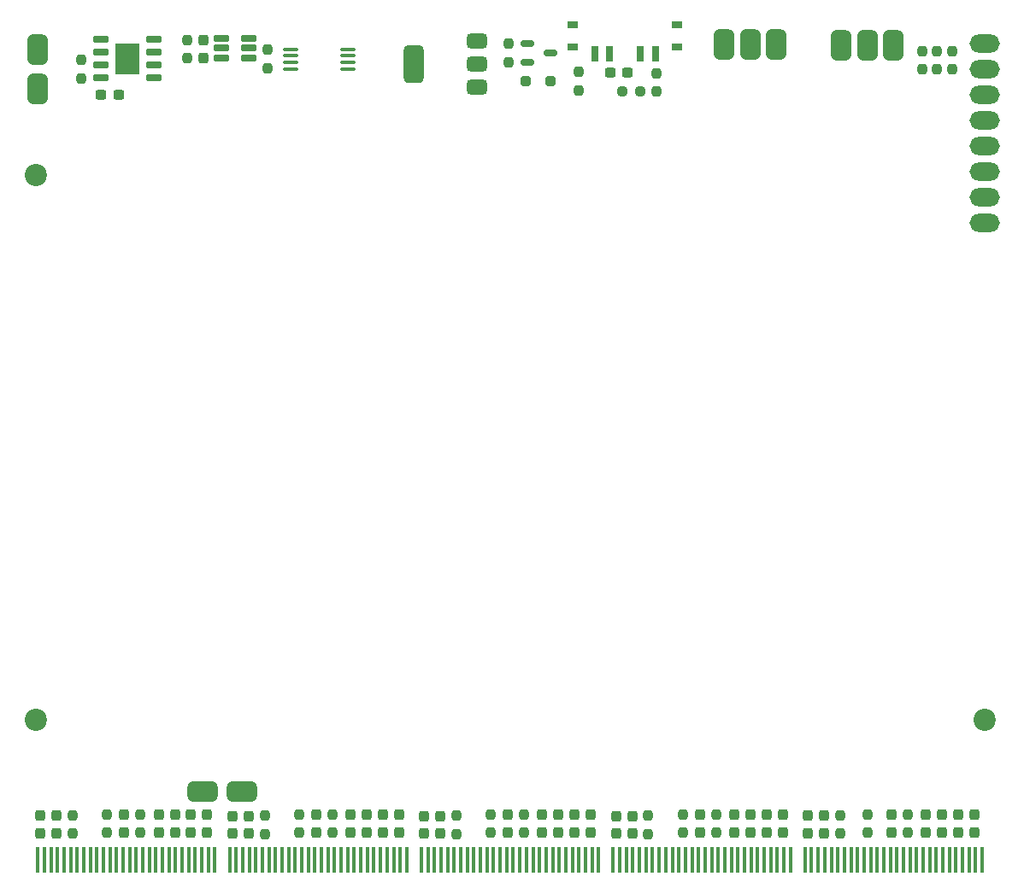
<source format=gbr>
%TF.GenerationSoftware,KiCad,Pcbnew,8.0.1*%
%TF.CreationDate,2024-03-30T14:47:10+03:00*%
%TF.ProjectId,AudMix,4175644d-6978-42e6-9b69-6361645f7063,rev?*%
%TF.SameCoordinates,Original*%
%TF.FileFunction,Soldermask,Bot*%
%TF.FilePolarity,Negative*%
%FSLAX46Y46*%
G04 Gerber Fmt 4.6, Leading zero omitted, Abs format (unit mm)*
G04 Created by KiCad (PCBNEW 8.0.1) date 2024-03-30 14:47:10*
%MOMM*%
%LPD*%
G01*
G04 APERTURE LIST*
G04 Aperture macros list*
%AMRoundRect*
0 Rectangle with rounded corners*
0 $1 Rounding radius*
0 $2 $3 $4 $5 $6 $7 $8 $9 X,Y pos of 4 corners*
0 Add a 4 corners polygon primitive as box body*
4,1,4,$2,$3,$4,$5,$6,$7,$8,$9,$2,$3,0*
0 Add four circle primitives for the rounded corners*
1,1,$1+$1,$2,$3*
1,1,$1+$1,$4,$5*
1,1,$1+$1,$6,$7*
1,1,$1+$1,$8,$9*
0 Add four rect primitives between the rounded corners*
20,1,$1+$1,$2,$3,$4,$5,0*
20,1,$1+$1,$4,$5,$6,$7,0*
20,1,$1+$1,$6,$7,$8,$9,0*
20,1,$1+$1,$8,$9,$2,$3,0*%
G04 Aperture macros list end*
%ADD10O,3.000000X1.800000*%
%ADD11C,2.200000*%
%ADD12RoundRect,0.237500X0.237500X-0.300000X0.237500X0.300000X-0.237500X0.300000X-0.237500X-0.300000X0*%
%ADD13RoundRect,0.237500X0.237500X-0.250000X0.237500X0.250000X-0.237500X0.250000X-0.237500X-0.250000X0*%
%ADD14RoundRect,0.237500X-0.237500X0.250000X-0.237500X-0.250000X0.237500X-0.250000X0.237500X0.250000X0*%
%ADD15R,0.400000X2.500000*%
%ADD16RoundRect,0.162500X0.617500X0.162500X-0.617500X0.162500X-0.617500X-0.162500X0.617500X-0.162500X0*%
%ADD17RoundRect,0.150000X-0.650000X-0.150000X0.650000X-0.150000X0.650000X0.150000X-0.650000X0.150000X0*%
%ADD18R,2.410000X3.100000*%
%ADD19RoundRect,0.250000X0.250000X0.250000X-0.250000X0.250000X-0.250000X-0.250000X0.250000X-0.250000X0*%
%ADD20RoundRect,0.500000X-0.500000X-1.000000X0.500000X-1.000000X0.500000X1.000000X-0.500000X1.000000X0*%
%ADD21RoundRect,0.100000X0.637500X0.100000X-0.637500X0.100000X-0.637500X-0.100000X0.637500X-0.100000X0*%
%ADD22R,0.700000X1.500000*%
%ADD23R,1.000000X0.800000*%
%ADD24RoundRect,0.237500X-0.300000X-0.237500X0.300000X-0.237500X0.300000X0.237500X-0.300000X0.237500X0*%
%ADD25RoundRect,0.150000X-0.512500X-0.150000X0.512500X-0.150000X0.512500X0.150000X-0.512500X0.150000X0*%
%ADD26RoundRect,0.237500X-0.250000X-0.237500X0.250000X-0.237500X0.250000X0.237500X-0.250000X0.237500X0*%
%ADD27RoundRect,0.500000X1.000000X-0.500000X1.000000X0.500000X-1.000000X0.500000X-1.000000X-0.500000X0*%
%ADD28RoundRect,0.375000X0.625000X0.375000X-0.625000X0.375000X-0.625000X-0.375000X0.625000X-0.375000X0*%
%ADD29RoundRect,0.500000X0.500000X1.400000X-0.500000X1.400000X-0.500000X-1.400000X0.500000X-1.400000X0*%
G04 APERTURE END LIST*
D10*
%TO.C,U1*%
X147000000Y-53420000D03*
X147000000Y-55960000D03*
X147000000Y-58500000D03*
X147000000Y-61040000D03*
X147000000Y-63580000D03*
X147000000Y-66120000D03*
X147000000Y-68660000D03*
X147000000Y-71200000D03*
%TD*%
D11*
%TO.C,REF\u002A\u002A*%
X53000000Y-66500000D03*
%TD*%
%TO.C,REF\u002A\u002A*%
X53000000Y-120500000D03*
%TD*%
%TO.C,REF\u002A\u002A*%
X147000000Y-120500000D03*
%TD*%
D12*
%TO.C,C38*%
X129500000Y-131762500D03*
X129500000Y-130037500D03*
%TD*%
D13*
%TO.C,R25*%
X135400000Y-131712500D03*
X135400000Y-129887500D03*
%TD*%
D14*
%TO.C,R17*%
X120400000Y-129900000D03*
X120400000Y-131725000D03*
%TD*%
D15*
%TO.C,U7*%
X89775000Y-134425000D03*
X89125000Y-134425000D03*
X88475000Y-134425000D03*
X87825000Y-134425000D03*
X87175000Y-134425000D03*
X86525000Y-134425000D03*
X85875000Y-134425000D03*
X85225000Y-134425000D03*
X84575000Y-134425000D03*
X83925000Y-134425000D03*
X83275000Y-134425000D03*
X82625000Y-134425000D03*
X81975000Y-134425000D03*
X81325000Y-134425000D03*
X80675000Y-134425000D03*
X80025000Y-134425000D03*
X79375000Y-134425000D03*
X78725000Y-134425000D03*
X78075000Y-134425000D03*
X77425000Y-134425000D03*
X76775000Y-134425000D03*
X76125000Y-134425000D03*
X75475000Y-134425000D03*
X74825000Y-134425000D03*
X74175000Y-134425000D03*
X73525000Y-134425000D03*
X72875000Y-134425000D03*
X72225000Y-134425000D03*
%TD*%
D12*
%TO.C,C27*%
X99800000Y-131675000D03*
X99800000Y-129950000D03*
%TD*%
D14*
%TO.C,R9*%
X140800000Y-54187500D03*
X140800000Y-56012500D03*
%TD*%
D13*
%TO.C,R5*%
X114500000Y-58212500D03*
X114500000Y-56387500D03*
%TD*%
D15*
%TO.C,U8*%
X127775000Y-134425000D03*
X127125000Y-134425000D03*
X126475000Y-134425000D03*
X125825000Y-134425000D03*
X125175000Y-134425000D03*
X124525000Y-134425000D03*
X123875000Y-134425000D03*
X123225000Y-134425000D03*
X122575000Y-134425000D03*
X121925000Y-134425000D03*
X121275000Y-134425000D03*
X120625000Y-134425000D03*
X119975000Y-134425000D03*
X119325000Y-134425000D03*
X118675000Y-134425000D03*
X118025000Y-134425000D03*
X117375000Y-134425000D03*
X116725000Y-134425000D03*
X116075000Y-134425000D03*
X115425000Y-134425000D03*
X114775000Y-134425000D03*
X114125000Y-134425000D03*
X113475000Y-134425000D03*
X112825000Y-134425000D03*
X112175000Y-134425000D03*
X111525000Y-134425000D03*
X110875000Y-134425000D03*
X110225000Y-134425000D03*
%TD*%
D12*
%TO.C,C25*%
X103200000Y-131675000D03*
X103200000Y-129950000D03*
%TD*%
%TO.C,C16*%
X89000000Y-131675000D03*
X89000000Y-129950000D03*
%TD*%
%TO.C,C19*%
X123800000Y-131675000D03*
X123800000Y-129950000D03*
%TD*%
D14*
%TO.C,R11*%
X63400000Y-129887500D03*
X63400000Y-131712500D03*
%TD*%
D12*
%TO.C,C23*%
X127000000Y-131675000D03*
X127000000Y-129950000D03*
%TD*%
D13*
%TO.C,R22*%
X98100000Y-131725000D03*
X98100000Y-129900000D03*
%TD*%
%TO.C,R19*%
X117100000Y-131725000D03*
X117100000Y-129900000D03*
%TD*%
D16*
%TO.C,U4*%
X74150000Y-52965000D03*
X74150000Y-53915000D03*
X74150000Y-54865000D03*
X71450000Y-54865000D03*
X71450000Y-53915000D03*
X71450000Y-52965000D03*
%TD*%
D17*
%TO.C,U2*%
X59450000Y-56880000D03*
X59450000Y-55610000D03*
X59450000Y-54340000D03*
X59450000Y-53070000D03*
X64750000Y-53070000D03*
X64750000Y-54340000D03*
X64750000Y-55610000D03*
X64750000Y-56880000D03*
D18*
X62100000Y-54975000D03*
%TD*%
D12*
%TO.C,C13*%
X80800000Y-131675000D03*
X80800000Y-129950000D03*
%TD*%
D14*
%TO.C,R6*%
X99900000Y-53487500D03*
X99900000Y-55312500D03*
%TD*%
D12*
%TO.C,C18*%
X122200000Y-131675000D03*
X122200000Y-129950000D03*
%TD*%
D15*
%TO.C,U10*%
X146775000Y-134412500D03*
X146125000Y-134412500D03*
X145475000Y-134412500D03*
X144825000Y-134412500D03*
X144175000Y-134412500D03*
X143525000Y-134412500D03*
X142875000Y-134412500D03*
X142225000Y-134412500D03*
X141575000Y-134412500D03*
X140925000Y-134412500D03*
X140275000Y-134412500D03*
X139625000Y-134412500D03*
X138975000Y-134412500D03*
X138325000Y-134412500D03*
X137675000Y-134412500D03*
X137025000Y-134412500D03*
X136375000Y-134412500D03*
X135725000Y-134412500D03*
X135075000Y-134412500D03*
X134425000Y-134412500D03*
X133775000Y-134412500D03*
X133125000Y-134412500D03*
X132475000Y-134412500D03*
X131825000Y-134412500D03*
X131175000Y-134412500D03*
X130525000Y-134412500D03*
X129875000Y-134412500D03*
X129225000Y-134412500D03*
%TD*%
D12*
%TO.C,C3*%
X69600000Y-54862500D03*
X69600000Y-53137500D03*
%TD*%
D19*
%TO.C,D1*%
X104050000Y-57200000D03*
X101550000Y-57200000D03*
%TD*%
D13*
%TO.C,R15*%
X75700000Y-131825000D03*
X75700000Y-130000000D03*
%TD*%
D20*
%TO.C,J2*%
X132787500Y-53612500D03*
X135387500Y-53612500D03*
X137987500Y-53612500D03*
%TD*%
D14*
%TO.C,R8*%
X142300000Y-54187500D03*
X142300000Y-56012500D03*
%TD*%
D12*
%TO.C,C21*%
X125400000Y-131675000D03*
X125400000Y-129950000D03*
%TD*%
%TO.C,C14*%
X87400000Y-131675000D03*
X87400000Y-129950000D03*
%TD*%
%TO.C,C12*%
X85800000Y-131675000D03*
X85800000Y-129950000D03*
%TD*%
%TO.C,C33*%
X142800000Y-131662500D03*
X142800000Y-129937500D03*
%TD*%
D14*
%TO.C,R10*%
X76000000Y-54087500D03*
X76000000Y-55912500D03*
%TD*%
D12*
%TO.C,C34*%
X137800000Y-131662500D03*
X137800000Y-129937500D03*
%TD*%
D15*
%TO.C,U6*%
X70775000Y-134412500D03*
X70125000Y-134412500D03*
X69475000Y-134412500D03*
X68825000Y-134412500D03*
X68175000Y-134412500D03*
X67525000Y-134412500D03*
X66875000Y-134412500D03*
X66225000Y-134412500D03*
X65575000Y-134412500D03*
X64925000Y-134412500D03*
X64275000Y-134412500D03*
X63625000Y-134412500D03*
X62975000Y-134412500D03*
X62325000Y-134412500D03*
X61675000Y-134412500D03*
X61025000Y-134412500D03*
X60375000Y-134412500D03*
X59725000Y-134412500D03*
X59075000Y-134412500D03*
X58425000Y-134412500D03*
X57775000Y-134412500D03*
X57125000Y-134412500D03*
X56475000Y-134412500D03*
X55825000Y-134412500D03*
X55175000Y-134412500D03*
X54525000Y-134412500D03*
X53875000Y-134412500D03*
X53225000Y-134412500D03*
%TD*%
D20*
%TO.C,J3*%
X53175000Y-57950000D03*
X53175000Y-54050000D03*
%TD*%
D21*
%TO.C,U5*%
X83962500Y-54025000D03*
X83962500Y-54675000D03*
X83962500Y-55325000D03*
X83962500Y-55975000D03*
X78237500Y-55975000D03*
X78237500Y-55325000D03*
X78237500Y-54675000D03*
X78237500Y-54025000D03*
%TD*%
D12*
%TO.C,C35*%
X144400000Y-131662500D03*
X144400000Y-129937500D03*
%TD*%
D22*
%TO.C,SW1*%
X108390000Y-54485000D03*
X109890000Y-54485000D03*
X112890000Y-54485000D03*
X114390000Y-54485000D03*
D23*
X106240000Y-51625000D03*
X106240000Y-53835000D03*
X116540000Y-51625000D03*
X116540000Y-53835000D03*
%TD*%
D12*
%TO.C,C32*%
X141200000Y-131662500D03*
X141200000Y-129937500D03*
%TD*%
D24*
%TO.C,C2*%
X109937500Y-56300000D03*
X111662500Y-56300000D03*
%TD*%
D12*
%TO.C,C5*%
X66800000Y-131662500D03*
X66800000Y-129937500D03*
%TD*%
D13*
%TO.C,R1*%
X106800000Y-58112500D03*
X106800000Y-56287500D03*
%TD*%
D12*
%TO.C,C9*%
X70000000Y-131662500D03*
X70000000Y-129937500D03*
%TD*%
D24*
%TO.C,C1*%
X59500000Y-58500000D03*
X61225000Y-58500000D03*
%TD*%
D25*
%TO.C,Q1*%
X101762500Y-55350000D03*
X101762500Y-53450000D03*
X104037500Y-54400000D03*
%TD*%
D13*
%TO.C,R16*%
X79100000Y-131725000D03*
X79100000Y-129900000D03*
%TD*%
D14*
%TO.C,R3*%
X57500000Y-55087500D03*
X57500000Y-56912500D03*
%TD*%
D26*
%TO.C,R4*%
X111087500Y-58200000D03*
X112912500Y-58200000D03*
%TD*%
D14*
%TO.C,R20*%
X101400000Y-129900000D03*
X101400000Y-131725000D03*
%TD*%
D12*
%TO.C,C30*%
X108000000Y-131675000D03*
X108000000Y-129950000D03*
%TD*%
%TO.C,C22*%
X112100000Y-131775000D03*
X112100000Y-130050000D03*
%TD*%
%TO.C,C29*%
X93100000Y-131775000D03*
X93100000Y-130050000D03*
%TD*%
%TO.C,C28*%
X106400000Y-131675000D03*
X106400000Y-129950000D03*
%TD*%
D13*
%TO.C,R18*%
X113700000Y-131825000D03*
X113700000Y-130000000D03*
%TD*%
D27*
%TO.C,BT1*%
X69550000Y-127625000D03*
X73450000Y-127625000D03*
%TD*%
D15*
%TO.C,U9*%
X108775000Y-134425000D03*
X108125000Y-134425000D03*
X107475000Y-134425000D03*
X106825000Y-134425000D03*
X106175000Y-134425000D03*
X105525000Y-134425000D03*
X104875000Y-134425000D03*
X104225000Y-134425000D03*
X103575000Y-134425000D03*
X102925000Y-134425000D03*
X102275000Y-134425000D03*
X101625000Y-134425000D03*
X100975000Y-134425000D03*
X100325000Y-134425000D03*
X99675000Y-134425000D03*
X99025000Y-134425000D03*
X98375000Y-134425000D03*
X97725000Y-134425000D03*
X97075000Y-134425000D03*
X96425000Y-134425000D03*
X95775000Y-134425000D03*
X95125000Y-134425000D03*
X94475000Y-134425000D03*
X93825000Y-134425000D03*
X93175000Y-134425000D03*
X92525000Y-134425000D03*
X91875000Y-134425000D03*
X91225000Y-134425000D03*
%TD*%
D13*
%TO.C,R24*%
X132700000Y-131812500D03*
X132700000Y-129987500D03*
%TD*%
D12*
%TO.C,C24*%
X110500000Y-131775000D03*
X110500000Y-130050000D03*
%TD*%
%TO.C,C20*%
X118800000Y-131675000D03*
X118800000Y-129950000D03*
%TD*%
D14*
%TO.C,R7*%
X68000000Y-53087500D03*
X68000000Y-54912500D03*
%TD*%
D12*
%TO.C,C4*%
X65200000Y-131662500D03*
X65200000Y-129937500D03*
%TD*%
D13*
%TO.C,R2*%
X143800000Y-56012500D03*
X143800000Y-54187500D03*
%TD*%
D14*
%TO.C,R14*%
X82400000Y-129900000D03*
X82400000Y-131725000D03*
%TD*%
D12*
%TO.C,C10*%
X53500000Y-131762500D03*
X53500000Y-130037500D03*
%TD*%
D13*
%TO.C,R13*%
X60100000Y-131712500D03*
X60100000Y-129887500D03*
%TD*%
D28*
%TO.C,U3*%
X96750000Y-53200000D03*
X96750000Y-55500000D03*
D29*
X90450000Y-55500000D03*
D28*
X96750000Y-57800000D03*
%TD*%
D12*
%TO.C,C6*%
X61800000Y-131662500D03*
X61800000Y-129937500D03*
%TD*%
%TO.C,C11*%
X84200000Y-131675000D03*
X84200000Y-129950000D03*
%TD*%
%TO.C,C15*%
X74100000Y-131775000D03*
X74100000Y-130050000D03*
%TD*%
%TO.C,C31*%
X91500000Y-131775000D03*
X91500000Y-130050000D03*
%TD*%
%TO.C,C8*%
X55100000Y-131762500D03*
X55100000Y-130037500D03*
%TD*%
%TO.C,C36*%
X131100000Y-131762500D03*
X131100000Y-130037500D03*
%TD*%
D14*
%TO.C,R23*%
X139400000Y-129887500D03*
X139400000Y-131712500D03*
%TD*%
D13*
%TO.C,R12*%
X56700000Y-131812500D03*
X56700000Y-129987500D03*
%TD*%
%TO.C,R21*%
X94700000Y-131825000D03*
X94700000Y-130000000D03*
%TD*%
D12*
%TO.C,C7*%
X68400000Y-131662500D03*
X68400000Y-129937500D03*
%TD*%
D20*
%TO.C,J1*%
X121187500Y-53562500D03*
X123787500Y-53562500D03*
X126387500Y-53562500D03*
%TD*%
D12*
%TO.C,C37*%
X146000000Y-131662500D03*
X146000000Y-129937500D03*
%TD*%
%TO.C,C17*%
X72500000Y-131775000D03*
X72500000Y-130050000D03*
%TD*%
%TO.C,C26*%
X104800000Y-131675000D03*
X104800000Y-129950000D03*
%TD*%
M02*

</source>
